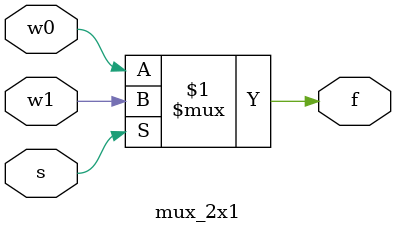
<source format=v>
`timescale 1ns / 1ps

module mux_2x1 (
    input w0, w1,
    input s,
    output f
    );
  
    assign f = s?w1:w0;           // dataflow modelling

endmodule

</source>
